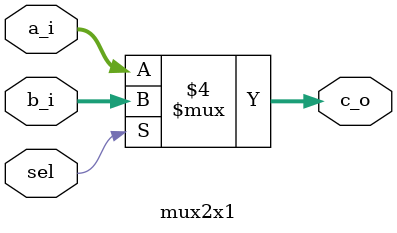
<source format=v>
`timescale 10 ns/100 ps

module mux2x1
#(
	parameter DATA_WIDTH 	= 16
)
(
	a_i,
	b_i, 
	c_o,
	sel
);

input wire [ DATA_WIDTH - 1:0 ] a_i;
input wire [ DATA_WIDTH - 1:0 ] b_i;
input wire                       sel;
output reg [ DATA_WIDTH - 1:0 ] c_o;

always @( a_i or b_i or sel )
begin
	if ( sel == 1'b0 )
		c_o <= a_i;
	else
		c_o <= b_i;
end

endmodule

</source>
